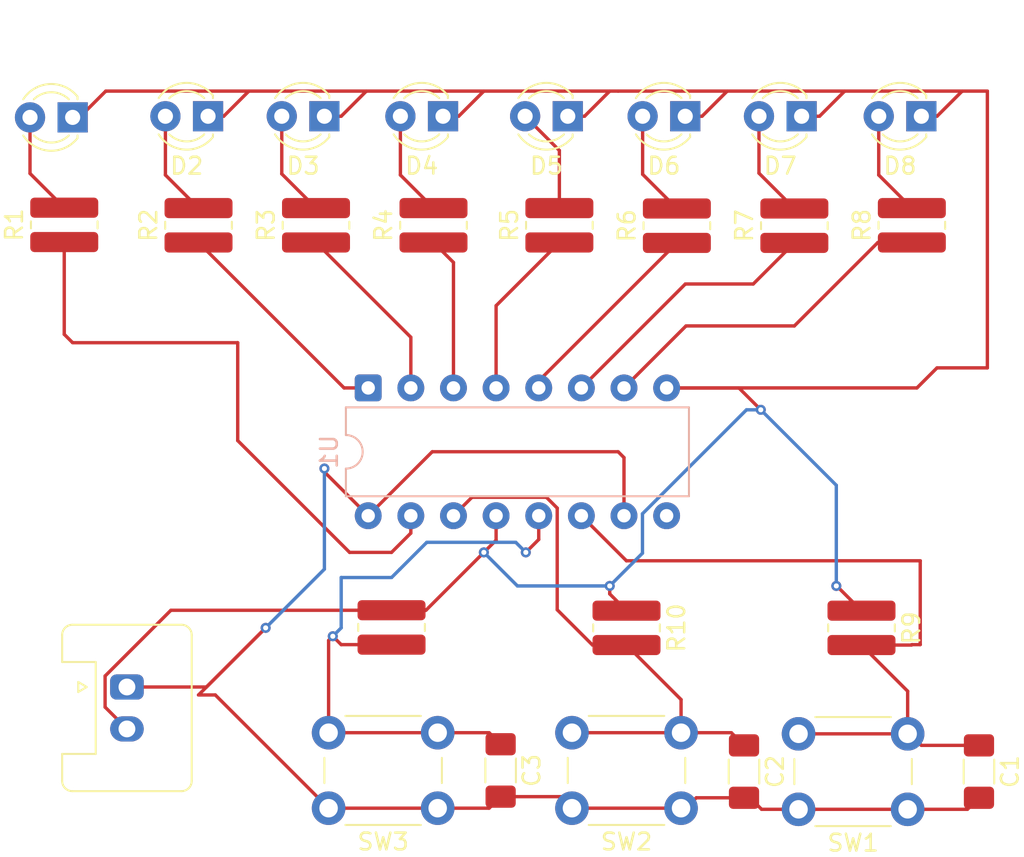
<source format=kicad_pcb>
(kicad_pcb (version 20241229) (generator "pcbnew") (generator_version "9.0")
  (layers (0 "F.Cu" signal) (2 "B.Cu" signal) (13 "F.Paste" user) (15 "B.Paste" user) (5 "F.SilkS" user "F.Silkscreen") (7 "B.SilkS" user "B.Silkscreen") (1 "F.Mask" user) (3 "B.Mask" user) (25 "Edge.Cuts" user))
  (net 0 "")
  (net 1 "Net-(U1-SRCLK)")
  (net 2 "GND")
  (net 3 "Net-(U1-SER)")
  (net 4 "Net-(U1-RCLK)")
  (net 5 "Net-(D1-A)")
  (net 6 "Net-(D2-A)")
  (net 7 "Net-(D3-A)")
  (net 8 "Net-(D4-A)")
  (net 9 "Net-(D5-A)")
  (net 10 "Net-(D6-A)")
  (net 11 "Net-(D7-A)")
  (net 12 "Net-(D8-A)")
  (net 13 "Net-(U1-QA)")
  (net 14 "Net-(U1-QB)")
  (net 15 "Net-(U1-QC)")
  (net 16 "Net-(U1-QD)")
  (net 17 "Net-(U1-QE)")
  (net 18 "Net-(U1-QF)")
  (net 19 "Net-(U1-QG)")
  (net 20 "Net-(U1-QH)")
  (net 21 "VCC")
  (footprint "Resistor_SMD:R_0815_2038Metric_Pad1.20x4.05mm_HandSolder" (layer "F.Cu") (at 98.5 106.475 90)
    (property "Reference" "R1" (at 0 -2.98 90) (layer "F.SilkS"))
    (property "Value" "230")
    (fp_line (start -0.210242 -1.985) (end 0.210242 -1.985) (stroke (width 0.12)) (layer "F.SilkS"))
    (fp_line (start -0.210242 1.985) (end 0.210242 1.985) (stroke (width 0.12)) (layer "F.SilkS"))
    (pad "1" smd roundrect (at -1.025 0 90) (size 1.2 4.05) (layers "F.Cu" "F.Mask" "F.Paste") (roundrect_rratio 0.208333) (net 13 "Net-(U1-QA)"))
    (pad "2" smd roundrect (at 1.025 0 90) (size 1.2 4.05) (layers "F.Cu" "F.Mask" "F.Paste") (roundrect_rratio 0.208333) (net 5 "Net-(D1-A)"))
  )
  (footprint "Resistor_SMD:R_0815_2038Metric_Pad1.20x4.05mm_HandSolder" (layer "F.Cu") (at 135 106.525 90)
    (property "Reference" "R6" (at 0 -2.98 90) (layer "F.SilkS"))
    (property "Value" "230")
    (fp_line (start -0.210242 -1.985) (end 0.210242 -1.985) (stroke (width 0.12)) (layer "F.SilkS"))
    (fp_line (start -0.210242 1.985) (end 0.210242 1.985) (stroke (width 0.12)) (layer "F.SilkS"))
    (pad "1" smd roundrect (at -1.025 0 90) (size 1.2 4.05) (layers "F.Cu" "F.Mask" "F.Paste") (roundrect_rratio 0.208333) (net 18 "Net-(U1-QF)"))
    (pad "2" smd roundrect (at 1.025 0 90) (size 1.2 4.05) (layers "F.Cu" "F.Mask" "F.Paste") (roundrect_rratio 0.208333) (net 10 "Net-(D6-A)"))
  )
  (footprint "Capacitor_SMD:C_1206_3216Metric_Pad1.33x1.80mm_HandSolder" (layer "F.Cu") (at 153 139.0675 -90)
    (property "Reference" "C1" (at 0 -1.85 270) (layer "F.SilkS"))
    (property "Value" "C")
    (fp_line (start -0.711252 0.91) (end 0.711252 0.91) (stroke (width 0.12)) (layer "F.SilkS"))
    (fp_line (start -0.711252 -0.91) (end 0.711252 -0.91) (stroke (width 0.12)) (layer "F.SilkS"))
    (pad "1" smd roundrect (at -1.5625 0 270) (size 1.325 1.8) (layers "F.Cu" "F.Mask" "F.Paste") (roundrect_rratio 0.188679) (net 1 "Net-(U1-SRCLK)"))
    (pad "2" smd roundrect (at 1.5625 0 270) (size 1.325 1.8) (layers "F.Cu" "F.Mask" "F.Paste") (roundrect_rratio 0.188679) (net 21 "VCC"))
  )
  (footprint "Button_Switch_THT:SW_PUSH_6mm" (layer "F.Cu") (at 120.75 141.25 180)
    (property "Reference" "SW3" (at 3.25 -2 0) (layer "F.SilkS"))
    (property "Value" "clock out")
    (fp_line (start 6.75 3) (end 6.75 1.5) (stroke (width 0.12)) (layer "F.SilkS"))
    (fp_line (start 5.5 -1) (end 1 -1) (stroke (width 0.12)) (layer "F.SilkS"))
    (fp_line (start 1 5.5) (end 5.5 5.5) (stroke (width 0.12)) (layer "F.SilkS"))
    (fp_line (start -0.25 1.5) (end -0.25 3) (stroke (width 0.12)) (layer "F.SilkS"))
    (pad "1" thru_hole circle (at 0 0 270) (size 2 2) (drill 1.1) (layers "*.Cu" "*.Mask") (net 21 "VCC"))
    (pad "1" thru_hole circle (at 6.5 0 270) (size 2 2) (drill 1.1) (layers "*.Cu" "*.Mask") (net 21 "VCC"))
    (pad "2" thru_hole circle (at 0 4.5 270) (size 2 2) (drill 1.1) (layers "*.Cu" "*.Mask") (net 4 "Net-(U1-RCLK)"))
    (pad "2" thru_hole circle (at 6.5 4.5 270) (size 2 2) (drill 1.1) (layers "*.Cu" "*.Mask") (net 4 "Net-(U1-RCLK)"))
  )
  (footprint "Resistor_SMD:R_0815_2038Metric_Pad1.20x4.05mm_HandSolder" (layer "F.Cu") (at 120.5 106.5 90)
    (property "Reference" "R4" (at 0 -2.98 90) (layer "F.SilkS"))
    (property "Value" "230")
    (fp_line (start -0.210242 -1.985) (end 0.210242 -1.985) (stroke (width 0.12)) (layer "F.SilkS"))
    (fp_line (start -0.210242 1.985) (end 0.210242 1.985) (stroke (width 0.12)) (layer "F.SilkS"))
    (pad "1" smd roundrect (at -1.025 0 90) (size 1.2 4.05) (layers "F.Cu" "F.Mask" "F.Paste") (roundrect_rratio 0.208333) (net 16 "Net-(U1-QD)"))
    (pad "2" smd roundrect (at 1.025 0 90) (size 1.2 4.05) (layers "F.Cu" "F.Mask" "F.Paste") (roundrect_rratio 0.208333) (net 8 "Net-(D4-A)"))
  )
  (footprint "LED_THT:LED_D3.0mm" (layer "F.Cu") (at 107.0675 100 180)
    (property "Reference" "D2" (at 1.27 -2.96 180) (layer "F.SilkS"))
    (property "Value" "LED")
    (fp_line (start -0.29 1.08) (end -0.29 1.236) (stroke (width 0.12)) (layer "F.SilkS"))
    (fp_line (start -0.29 -1.236) (end -0.29 -1.08) (stroke (width 0.12)) (layer "F.SilkS"))
    (fp_arc (start 2.941437 1.08) (mid 1.36566 1.987699) (end -0.29 1.235516) (stroke (width 0.12)) (layer "F.SilkS"))
    (fp_arc (start 2.310961 1.08) (mid 1.27 1.5) (end 0.229039 1.08) (stroke (width 0.12)) (layer "F.SilkS"))
    (fp_arc (start 0.229039 -1.08) (mid 1.27 -1.5) (end 2.310961 -1.08) (stroke (width 0.12)) (layer "F.SilkS"))
    (fp_arc (start -0.29 -1.235516) (mid 1.36566 -1.987699) (end 2.941437 -1.08) (stroke (width 0.12)) (layer "F.SilkS"))
    (pad "1" thru_hole rect (at 0 0 180) (size 1.8 1.8) (drill 0.9) (layers "*.Cu" "*.Mask") (net 2 "GND"))
    (pad "2" thru_hole circle (at 2.54 0 180) (size 1.8 1.8) (drill 0.9) (layers "*.Cu" "*.Mask") (net 6 "Net-(D2-A)"))
  )
  (footprint "LED_THT:LED_D3.0mm" (layer "F.Cu") (at 135.5 100 180)
    (property "Reference" "D6" (at 1.27 -2.96 180) (layer "F.SilkS"))
    (property "Value" "LED")
    (fp_line (start -0.29 1.08) (end -0.29 1.236) (stroke (width 0.12)) (layer "F.SilkS"))
    (fp_line (start -0.29 -1.236) (end -0.29 -1.08) (stroke (width 0.12)) (layer "F.SilkS"))
    (fp_arc (start 2.941437 1.08) (mid 1.36566 1.987699) (end -0.29 1.235516) (stroke (width 0.12)) (layer "F.SilkS"))
    (fp_arc (start 2.310961 1.08) (mid 1.27 1.5) (end 0.229039 1.08) (stroke (width 0.12)) (layer "F.SilkS"))
    (fp_arc (start 0.229039 -1.08) (mid 1.27 -1.5) (end 2.310961 -1.08) (stroke (width 0.12)) (layer "F.SilkS"))
    (fp_arc (start -0.29 -1.235516) (mid 1.36566 -1.987699) (end 2.941437 -1.08) (stroke (width 0.12)) (layer "F.SilkS"))
    (pad "1" thru_hole rect (at 0 0 180) (size 1.8 1.8) (drill 0.9) (layers "*.Cu" "*.Mask") (net 2 "GND"))
    (pad "2" thru_hole circle (at 2.54 0 180) (size 1.8 1.8) (drill 0.9) (layers "*.Cu" "*.Mask") (net 10 "Net-(D6-A)"))
  )
  (footprint "Resistor_SMD:R_0815_2038Metric_Pad1.20x4.05mm_HandSolder" (layer "F.Cu") (at 106.5 106.5 90)
    (property "Reference" "R2" (at 0 -2.98 90) (layer "F.SilkS"))
    (property "Value" "230")
    (fp_line (start -0.210242 -1.985) (end 0.210242 -1.985) (stroke (width 0.12)) (layer "F.SilkS"))
    (fp_line (start -0.210242 1.985) (end 0.210242 1.985) (stroke (width 0.12)) (layer "F.SilkS"))
    (pad "1" smd roundrect (at -1.025 0 90) (size 1.2 4.05) (layers "F.Cu" "F.Mask" "F.Paste") (roundrect_rratio 0.208333) (net 14 "Net-(U1-QB)"))
    (pad "2" smd roundrect (at 1.025 0 90) (size 1.2 4.05) (layers "F.Cu" "F.Mask" "F.Paste") (roundrect_rratio 0.208333) (net 6 "Net-(D2-A)"))
  )
  (footprint "Connector_Stocko:Stocko_MKS_1651-6-0-202_1x2_P2.50mm_Vertical" (layer "F.Cu") (at 102.235 134.025 -90)
    (property "Reference" "TP1" (hide yes))
    (property "Value" "TestPoint_2Pole")
    (fp_line (start -3.1 3.86) (end -1.49 3.86) (stroke (width 0.12)) (layer "F.SilkS"))
    (fp_line (start -1.49 3.86) (end -1.49 1.86) (stroke (width 0.12)) (layer "F.SilkS"))
    (fp_line (start 3.99 3.86) (end 3.99 1.86) (stroke (width 0.12)) (layer "F.SilkS"))
    (fp_line (start 5.6 3.86) (end 3.99 3.86) (stroke (width 0.12)) (layer "F.SilkS"))
    (fp_line (start -0.3 2.9) (end 0.3 2.9) (stroke (width 0.12)) (layer "F.SilkS"))
    (fp_line (start 0.3 2.9) (end 0 2.4) (stroke (width 0.12)) (layer "F.SilkS"))
    (fp_line (start 0 2.4) (end -0.3 2.9) (stroke (width 0.12)) (layer "F.SilkS"))
    (fp_line (start -1.49 1.86) (end 3.99 1.86) (stroke (width 0.12)) (layer "F.SilkS"))
    (fp_line (start -3.71 -3.25) (end -3.71 3.25) (stroke (width 0.12)) (layer "F.SilkS"))
    (fp_line (start 6.21 -3.25) (end 6.21 3.25) (stroke (width 0.12)) (layer "F.SilkS"))
    (fp_line (start -3.1 -3.86) (end 5.6 -3.86) (stroke (width 0.12)) (layer "F.SilkS"))
    (fp_arc (start -3.1 3.86) (mid -3.531335 3.681335) (end -3.71 3.25) (stroke (width 0.12)) (layer "F.SilkS"))
    (fp_arc (start 6.21 3.25) (mid 6.031335 3.681335) (end 5.6 3.86) (stroke (width 0.12)) (layer "F.SilkS"))
    (fp_arc (start -3.71 -3.25) (mid -3.531335 -3.681335) (end -3.1 -3.86) (stroke (width 0.12)) (layer "F.SilkS"))
    (fp_arc (start 5.6 -3.86) (mid 6.031335 -3.681335) (end 6.21 -3.25) (stroke (width 0.12)) (layer "F.SilkS"))
    (pad "1" thru_hole roundrect (at 0 0 270) (size 1.5 2) (drill 1) (layers "*.Cu" "*.Mask") (net 21 "VCC"))
    (pad "2" thru_hole oval (at 2.5 0 270) (size 1.5 2) (drill 1) (layers "*.Cu" "*.Mask") (net 2 "GND"))
  )
  (footprint "LED_THT:LED_D3.0mm" (layer "F.Cu") (at 128.5 100 180)
    (property "Reference" "D5" (at 1.27 -2.96 180) (layer "F.SilkS"))
    (property "Value" "LED")
    (fp_line (start -0.29 1.08) (end -0.29 1.236) (stroke (width 0.12)) (layer "F.SilkS"))
    (fp_line (start -0.29 -1.236) (end -0.29 -1.08) (stroke (width 0.12)) (layer "F.SilkS"))
    (fp_arc (start 2.941437 1.08) (mid 1.36566 1.987699) (end -0.29 1.235516) (stroke (width 0.12)) (layer "F.SilkS"))
    (fp_arc (start 2.310961 1.08) (mid 1.27 1.5) (end 0.229039 1.08) (stroke (width 0.12)) (layer "F.SilkS"))
    (fp_arc (start 0.229039 -1.08) (mid 1.27 -1.5) (end 2.310961 -1.08) (stroke (width 0.12)) (layer "F.SilkS"))
    (fp_arc (start -0.29 -1.235516) (mid 1.36566 -1.987699) (end 2.941437 -1.08) (stroke (width 0.12)) (layer "F.SilkS"))
    (pad "1" thru_hole rect (at 0 0 180) (size 1.8 1.8) (drill 0.9) (layers "*.Cu" "*.Mask") (net 2 "GND"))
    (pad "2" thru_hole circle (at 2.54 0 180) (size 1.8 1.8) (drill 0.9) (layers "*.Cu" "*.Mask") (net 9 "Net-(D5-A)"))
  )
  (footprint "Button_Switch_THT:SW_PUSH_6mm" (layer "F.Cu") (at 135.25 141.25 180)
    (property "Reference" "SW2" (at 3.25 -2 0) (layer "F.SilkS"))
    (property "Value" "Data")
    (fp_line (start 6.75 3) (end 6.75 1.5) (stroke (width 0.12)) (layer "F.SilkS"))
    (fp_line (start 5.5 -1) (end 1 -1) (stroke (width 0.12)) (layer "F.SilkS"))
    (fp_line (start 1 5.5) (end 5.5 5.5) (stroke (width 0.12)) (layer "F.SilkS"))
    (fp_line (start -0.25 1.5) (end -0.25 3) (stroke (width 0.12)) (layer "F.SilkS"))
    (pad "1" thru_hole circle (at 0 0 270) (size 2 2) (drill 1.1) (layers "*.Cu" "*.Mask") (net 21 "VCC"))
    (pad "1" thru_hole circle (at 6.5 0 270) (size 2 2) (drill 1.1) (layers "*.Cu" "*.Mask") (net 21 "VCC"))
    (pad "2" thru_hole circle (at 0 4.5 270) (size 2 2) (drill 1.1) (layers "*.Cu" "*.Mask") (net 3 "Net-(U1-SER)"))
    (pad "2" thru_hole circle (at 6.5 4.5 270) (size 2 2) (drill 1.1) (layers "*.Cu" "*.Mask") (net 3 "Net-(U1-SER)"))
  )
  (footprint "LED_THT:LED_D3.0mm" (layer "F.Cu") (at 149.5675 100 180)
    (property "Reference" "D8" (at 1.27 -2.96 180) (layer "F.SilkS"))
    (property "Value" "LED")
    (fp_line (start -0.29 1.08) (end -0.29 1.236) (stroke (width 0.12)) (layer "F.SilkS"))
    (fp_line (start -0.29 -1.236) (end -0.29 -1.08) (stroke (width 0.12)) (layer "F.SilkS"))
    (fp_arc (start 2.941437 1.08) (mid 1.36566 1.987699) (end -0.29 1.235516) (stroke (width 0.12)) (layer "F.SilkS"))
    (fp_arc (start 2.310961 1.08) (mid 1.27 1.5) (end 0.229039 1.08) (stroke (width 0.12)) (layer "F.SilkS"))
    (fp_arc (start 0.229039 -1.08) (mid 1.27 -1.5) (end 2.310961 -1.08) (stroke (width 0.12)) (layer "F.SilkS"))
    (fp_arc (start -0.29 -1.235516) (mid 1.36566 -1.987699) (end 2.941437 -1.08) (stroke (width 0.12)) (layer "F.SilkS"))
    (pad "1" thru_hole rect (at 0 0 180) (size 1.8 1.8) (drill 0.9) (layers "*.Cu" "*.Mask") (net 2 "GND"))
    (pad "2" thru_hole circle (at 2.54 0 180) (size 1.8 1.8) (drill 0.9) (layers "*.Cu" "*.Mask") (net 12 "Net-(D8-A)"))
  )
  (footprint "LED_THT:LED_D3.0mm" (layer "F.Cu") (at 114 100 180)
    (property "Reference" "D3" (at 1.27 -2.96 180) (layer "F.SilkS"))
    (property "Value" "LED")
    (fp_line (start -0.29 1.08) (end -0.29 1.236) (stroke (width 0.12)) (layer "F.SilkS"))
    (fp_line (start -0.29 -1.236) (end -0.29 -1.08) (stroke (width 0.12)) (layer "F.SilkS"))
    (fp_arc (start 2.941437 1.08) (mid 1.36566 1.987699) (end -0.29 1.235516) (stroke (width 0.12)) (layer "F.SilkS"))
    (fp_arc (start 2.310961 1.08) (mid 1.27 1.5) (end 0.229039 1.08) (stroke (width 0.12)) (layer "F.SilkS"))
    (fp_arc (start 0.229039 -1.08) (mid 1.27 -1.5) (end 2.310961 -1.08) (stroke (width 0.12)) (layer "F.SilkS"))
    (fp_arc (start -0.29 -1.235516) (mid 1.36566 -1.987699) (end 2.941437 -1.08) (stroke (width 0.12)) (layer "F.SilkS"))
    (pad "1" thru_hole rect (at 0 0 180) (size 1.8 1.8) (drill 0.9) (layers "*.Cu" "*.Mask") (net 2 "GND"))
    (pad "2" thru_hole circle (at 2.54 0 180) (size 1.8 1.8) (drill 0.9) (layers "*.Cu" "*.Mask") (net 7 "Net-(D3-A)"))
  )
  (footprint "Capacitor_SMD:C_1206_3216Metric_Pad1.33x1.80mm_HandSolder" (layer "F.Cu") (at 139 139.0675 -90)
    (property "Reference" "C2" (at 0 -1.85 270) (layer "F.SilkS"))
    (property "Value" "C")
    (fp_line (start -0.711252 0.91) (end 0.711252 0.91) (stroke (width 0.12)) (layer "F.SilkS"))
    (fp_line (start -0.711252 -0.91) (end 0.711252 -0.91) (stroke (width 0.12)) (layer "F.SilkS"))
    (pad "1" smd roundrect (at -1.5625 0 270) (size 1.325 1.8) (layers "F.Cu" "F.Mask" "F.Paste") (roundrect_rratio 0.188679) (net 3 "Net-(U1-SER)"))
    (pad "2" smd roundrect (at 1.5625 0 270) (size 1.325 1.8) (layers "F.Cu" "F.Mask" "F.Paste") (roundrect_rratio 0.188679) (net 21 "VCC"))
  )
  (footprint "LED_THT:LED_D3.0mm" (layer "F.Cu") (at 121.0675 100 180)
    (property "Reference" "D4" (at 1.27 -2.96 180) (layer "F.SilkS"))
    (property "Value" "LED")
    (fp_line (start -0.29 1.08) (end -0.29 1.236) (stroke (width 0.12)) (layer "F.SilkS"))
    (fp_line (start -0.29 -1.236) (end -0.29 -1.08) (stroke (width 0.12)) (layer "F.SilkS"))
    (fp_arc (start 2.941437 1.08) (mid 1.36566 1.987699) (end -0.29 1.235516) (stroke (width 0.12)) (layer "F.SilkS"))
    (fp_arc (start 2.310961 1.08) (mid 1.27 1.5) (end 0.229039 1.08) (stroke (width 0.12)) (layer "F.SilkS"))
    (fp_arc (start 0.229039 -1.08) (mid 1.27 -1.5) (end 2.310961 -1.08) (stroke (width 0.12)) (layer "F.SilkS"))
    (fp_arc (start -0.29 -1.235516) (mid 1.36566 -1.987699) (end 2.941437 -1.08) (stroke (width 0.12)) (layer "F.SilkS"))
    (pad "1" thru_hole rect (at 0 0 180) (size 1.8 1.8) (drill 0.9) (layers "*.Cu" "*.Mask") (net 2 "GND"))
    (pad "2" thru_hole circle (at 2.54 0 180) (size 1.8 1.8) (drill 0.9) (layers "*.Cu" "*.Mask") (net 8 "Net-(D4-A)"))
  )
  (footprint "Resistor_SMD:R_0815_2038Metric_Pad1.20x4.05mm_HandSolder" (layer "F.Cu") (at 149 106.5 90)
    (property "Reference" "R8" (at 0 -2.98 90) (layer "F.SilkS"))
    (property "Value" "230")
    (fp_line (start -0.210242 -1.985) (end 0.210242 -1.985) (stroke (width 0.12)) (layer "F.SilkS"))
    (fp_line (start -0.210242 1.985) (end 0.210242 1.985) (stroke (width 0.12)) (layer "F.SilkS"))
    (pad "1" smd roundrect (at -1.025 0 90) (size 1.2 4.05) (layers "F.Cu" "F.Mask" "F.Paste") (roundrect_rratio 0.208333) (net 20 "Net-(U1-QH)"))
    (pad "2" smd roundrect (at 1.025 0 90) (size 1.2 4.05) (layers "F.Cu" "F.Mask" "F.Paste") (roundrect_rratio 0.208333) (net 12 "Net-(D8-A)"))
  )
  (footprint "Resistor_SMD:R_0815_2038Metric_Pad1.20x4.05mm_HandSolder" (layer "F.Cu") (at 118 130.475 -90)
    (property "Reference" "R11" (hide yes))
    (property "Value" "5k")
    (fp_line (start -0.210242 1.985) (end 0.210242 1.985) (stroke (width 0.12)) (layer "F.SilkS"))
    (fp_line (start -0.210242 -1.985) (end 0.210242 -1.985) (stroke (width 0.12)) (layer "F.SilkS"))
    (pad "1" smd roundrect (at -1.025 0 270) (size 1.2 4.05) (layers "F.Cu" "F.Mask" "F.Paste") (roundrect_rratio 0.208333) (net 2 "GND"))
    (pad "2" smd roundrect (at 1.025 0 270) (size 1.2 4.05) (layers "F.Cu" "F.Mask" "F.Paste") (roundrect_rratio 0.208333) (net 4 "Net-(U1-RCLK)"))
  )
  (footprint "LED_THT:LED_D3.0mm" (layer "F.Cu") (at 99 100.0675 180)
    (property "Reference" "D1" (hide yes))
    (property "Value" "LED")
    (fp_line (start -0.29 1.08) (end -0.29 1.236) (stroke (width 0.12)) (layer "F.SilkS"))
    (fp_line (start -0.29 -1.236) (end -0.29 -1.08) (stroke (width 0.12)) (layer "F.SilkS"))
    (fp_arc (start 2.941437 1.08) (mid 1.36566 1.987699) (end -0.29 1.235516) (stroke (width 0.12)) (layer "F.SilkS"))
    (fp_arc (start 2.310961 1.08) (mid 1.27 1.5) (end 0.229039 1.08) (stroke (width 0.12)) (layer "F.SilkS"))
    (fp_arc (start 0.229039 -1.08) (mid 1.27 -1.5) (end 2.310961 -1.08) (stroke (width 0.12)) (layer "F.SilkS"))
    (fp_arc (start -0.29 -1.235516) (mid 1.36566 -1.987699) (end 2.941437 -1.08) (stroke (width 0.12)) (layer "F.SilkS"))
    (pad "1" thru_hole rect (at 0 0 180) (size 1.8 1.8) (drill 0.9) (layers "*.Cu" "*.Mask") (net 2 "GND"))
    (pad "2" thru_hole circle (at 2.54 0 180) (size 1.8 1.8) (drill 0.9) (layers "*.Cu" "*.Mask") (net 5 "Net-(D1-A)"))
  )
  (footprint "Resistor_SMD:R_0815_2038Metric_Pad1.20x4.05mm_HandSolder" (layer "F.Cu") (at 128 106.5 90)
    (property "Reference" "R5" (at 0 -2.98 90) (layer "F.SilkS"))
    (property "Value" "230")
    (fp_line (start -0.210242 -1.985) (end 0.210242 -1.985) (stroke (width 0.12)) (layer "F.SilkS"))
    (fp_line (start -0.210242 1.985) (end 0.210242 1.985) (stroke (width 0.12)) (layer "F.SilkS"))
    (pad "1" smd roundrect (at -1.025 0 90) (size 1.2 4.05) (layers "F.Cu" "F.Mask" "F.Paste") (roundrect_rratio 0.208333) (net 17 "Net-(U1-QE)"))
    (pad "2" smd roundrect (at 1.025 0 90) (size 1.2 4.05) (layers "F.Cu" "F.Mask" "F.Paste") (roundrect_rratio 0.208333) (net 9 "Net-(D5-A)"))
  )
  (footprint "LED_THT:LED_D3.0mm" (layer "F.Cu") (at 142.4325 100 180)
    (property "Reference" "D7" (at 1.27 -2.96 180) (layer "F.SilkS"))
    (property "Value" "LED")
    (fp_line (start -0.29 1.08) (end -0.29 1.236) (stroke (width 0.12)) (layer "F.SilkS"))
    (fp_line (start -0.29 -1.236) (end -0.29 -1.08) (stroke (width 0.12)) (layer "F.SilkS"))
    (fp_arc (start 2.941437 1.08) (mid 1.36566 1.987699) (end -0.29 1.235516) (stroke (width 0.12)) (layer "F.SilkS"))
    (fp_arc (start 2.310961 1.08) (mid 1.27 1.5) (end 0.229039 1.08) (stroke (width 0.12)) (layer "F.SilkS"))
    (fp_arc (start 0.229039 -1.08) (mid 1.27 -1.5) (end 2.310961 -1.08) (stroke (width 0.12)) (layer "F.SilkS"))
    (fp_arc (start -0.29 -1.235516) (mid 1.36566 -1.987699) (end 2.941437 -1.08) (stroke (width 0.12)) (layer "F.SilkS"))
    (pad "1" thru_hole rect (at 0 0 180) (size 1.8 1.8) (drill 0.9) (layers "*.Cu" "*.Mask") (net 2 "GND"))
    (pad "2" thru_hole circle (at 2.54 0 180) (size 1.8 1.8) (drill 0.9) (layers "*.Cu" "*.Mask") (net 11 "Net-(D7-A)"))
  )
  (footprint "Capacitor_SMD:C_1206_3216Metric_Pad1.33x1.80mm_HandSolder" (layer "F.Cu") (at 124.5 139 -90)
    (property "Reference" "C3" (at 0 -1.85 270) (layer "F.SilkS"))
    (property "Value" "C")
    (fp_line (start -0.711252 0.91) (end 0.711252 0.91) (stroke (width 0.12)) (layer "F.SilkS"))
    (fp_line (start -0.711252 -0.91) (end 0.711252 -0.91) (stroke (width 0.12)) (layer "F.SilkS"))
    (pad "1" smd roundrect (at -1.5625 0 270) (size 1.325 1.8) (layers "F.Cu" "F.Mask" "F.Paste") (roundrect_rratio 0.188679) (net 4 "Net-(U1-RCLK)"))
    (pad "2" smd roundrect (at 1.5625 0 270) (size 1.325 1.8) (layers "F.Cu" "F.Mask" "F.Paste") (roundrect_rratio 0.188679) (net 21 "VCC"))
  )
  (footprint "Resistor_SMD:R_0815_2038Metric_Pad1.20x4.05mm_HandSolder" (layer "F.Cu") (at 142 106.525 90)
    (property "Reference" "R7" (at 0 -2.98 90) (layer "F.SilkS"))
    (property "Value" "230")
    (fp_line (start -0.210242 -1.985) (end 0.210242 -1.985) (stroke (width 0.12)) (layer "F.SilkS"))
    (fp_line (start -0.210242 1.985) (end 0.210242 1.985) (stroke (width 0.12)) (layer "F.SilkS"))
    (pad "1" smd roundrect (at -1.025 0 90) (size 1.2 4.05) (layers "F.Cu" "F.Mask" "F.Paste") (roundrect_rratio 0.208333) (net 19 "Net-(U1-QG)"))
    (pad "2" smd roundrect (at 1.025 0 90) (size 1.2 4.05) (layers "F.Cu" "F.Mask" "F.Paste") (roundrect_rratio 0.208333) (net 11 "Net-(D7-A)"))
  )
  (footprint "Button_Switch_THT:SW_PUSH_6mm" (layer "F.Cu") (at 148.75 141.3175 180)
    (property "Reference" "SW1" (at 3.25 -2 0) (layer "F.SilkS"))
    (property "Value" "clock in")
    (fp_line (start 6.75 3) (end 6.75 1.5) (stroke (width 0.12)) (layer "F.SilkS"))
    (fp_line (start 5.5 -1) (end 1 -1) (stroke (width 0.12)) (layer "F.SilkS"))
    (fp_line (start 1 5.5) (end 5.5 5.5) (stroke (width 0.12)) (layer "F.SilkS"))
    (fp_line (start -0.25 1.5) (end -0.25 3) (stroke (width 0.12)) (layer "F.SilkS"))
    (pad "1" thru_hole circle (at 0 0 270) (size 2 2) (drill 1.1) (layers "*.Cu" "*.Mask") (net 21 "VCC"))
    (pad "1" thru_hole circle (at 6.5 0 270) (size 2 2) (drill 1.1) (layers "*.Cu" "*.Mask") (net 21 "VCC"))
    (pad "2" thru_hole circle (at 0 4.5 270) (size 2 2) (drill 1.1) (layers "*.Cu" "*.Mask") (net 1 "Net-(U1-SRCLK)"))
    (pad "2" thru_hole circle (at 6.5 4.5 270) (size 2 2) (drill 1.1) (layers "*.Cu" "*.Mask") (net 1 "Net-(U1-SRCLK)"))
  )
  (footprint "Resistor_SMD:R_0815_2038Metric_Pad1.20x4.05mm_HandSolder" (layer "F.Cu") (at 132 130.5 -90)
    (property "Reference" "R10" (at 0 -2.98 90) (layer "F.SilkS"))
    (property "Value" "5k")
    (fp_line (start -0.210242 1.985) (end 0.210242 1.985) (stroke (width 0.12)) (layer "F.SilkS"))
    (fp_line (start -0.210242 -1.985) (end 0.210242 -1.985) (stroke (width 0.12)) (layer "F.SilkS"))
    (pad "1" smd roundrect (at -1.025 0 270) (size 1.2 4.05) (layers "F.Cu" "F.Mask" "F.Paste") (roundrect_rratio 0.208333) (net 2 "GND"))
    (pad "2" smd roundrect (at 1.025 0 270) (size 1.2 4.05) (layers "F.Cu" "F.Mask" "F.Paste") (roundrect_rratio 0.208333) (net 3 "Net-(U1-SER)"))
  )
  (footprint "Resistor_SMD:R_0815_2038Metric_Pad1.20x4.05mm_HandSolder" (layer "F.Cu") (at 113.5 106.5 90)
    (property "Reference" "R3" (at 0 -2.98 90) (layer "F.SilkS"))
    (property "Value" "230")
    (fp_line (start -0.210242 -1.985) (end 0.210242 -1.985) (stroke (width 0.12)) (layer "F.SilkS"))
    (fp_line (start -0.210242 1.985) (end 0.210242 1.985) (stroke (width 0.12)) (layer "F.SilkS"))
    (pad "1" smd roundrect (at -1.025 0 90) (size 1.2 4.05) (layers "F.Cu" "F.Mask" "F.Paste") (roundrect_rratio 0.208333) (net 15 "Net-(U1-QC)"))
    (pad "2" smd roundrect (at 1.025 0 90) (size 1.2 4.05) (layers "F.Cu" "F.Mask" "F.Paste") (roundrect_rratio 0.208333) (net 7 "Net-(D3-A)"))
  )
  (footprint "Resistor_SMD:R_0815_2038Metric_Pad1.20x4.05mm_HandSolder" (layer "F.Cu") (at 146 130.5 -90)
    (property "Reference" "R9" (at 0 -2.98 90) (layer "F.SilkS"))
    (property "Value" "5k")
    (fp_line (start -0.210242 1.985) (end 0.210242 1.985) (stroke (width 0.12)) (layer "F.SilkS"))
    (fp_line (start -0.210242 -1.985) (end 0.210242 -1.985) (stroke (width 0.12)) (layer "F.SilkS"))
    (pad "1" smd roundrect (at -1.025 0 270) (size 1.2 4.05) (layers "F.Cu" "F.Mask" "F.Paste") (roundrect_rratio 0.208333) (net 2 "GND"))
    (pad "2" smd roundrect (at 1.025 0 270) (size 1.2 4.05) (layers "F.Cu" "F.Mask" "F.Paste") (roundrect_rratio 0.208333) (net 1 "Net-(U1-SRCLK)"))
  )
  (footprint "Package_DIP:CERDIP-16_W7.62mm_SideBrazed" (layer "B.Cu") (at 116.61 116.195 -90)
    (property "Reference" "U1" (at 3.81 2.33 90) (layer "B.SilkS") (effects (justify mirror)))
    (property "Value" "74AHC595")
    (fp_line (start 1.16 1.33) (end 1.16 -19.11) (stroke (width 0.12)) (layer "B.SilkS"))
    (fp_line (start 2.81 1.33) (end 1.16 1.33) (stroke (width 0.12)) (layer "B.SilkS"))
    (fp_line (start 6.46 1.33) (end 4.81 1.33) (stroke (width 0.12)) (layer "B.SilkS"))
    (fp_line (start 1.16 -19.11) (end 6.46 -19.11) (stroke (width 0.12)) (layer "B.SilkS"))
    (fp_line (start 6.46 -19.11) (end 6.46 1.33) (stroke (width 0.12)) (layer "B.SilkS"))
    (fp_arc (start 2.81 1.33) (mid 3.81 0.33) (end 4.81 1.33) (stroke (width 0.12)) (layer "B.SilkS"))
    (pad "1" thru_hole roundrect (at 0 0 270) (size 1.6 1.6) (drill 0.8) (layers "*.Cu" "*.Mask") (roundrect_rratio 0.15625) (net 14 "Net-(U1-QB)"))
    (pad "2" thru_hole circle (at 0 -2.54 270) (size 1.6 1.6) (drill 0.8) (layers "*.Cu" "*.Mask") (net 15 "Net-(U1-QC)"))
    (pad "3" thru_hole circle (at 0 -5.08 270) (size 1.6 1.6) (drill 0.8) (layers "*.Cu" "*.Mask") (net 16 "Net-(U1-QD)"))
    (pad "4" thru_hole circle (at 0 -7.62 270) (size 1.6 1.6) (drill 0.8) (layers "*.Cu" "*.Mask") (net 17 "Net-(U1-QE)"))
    (pad "5" thru_hole circle (at 0 -10.16 270) (size 1.6 1.6) (drill 0.8) (layers "*.Cu" "*.Mask") (net 18 "Net-(U1-QF)"))
    (pad "6" thru_hole circle (at 0 -12.7 270) (size 1.6 1.6) (drill 0.8) (layers "*.Cu" "*.Mask") (net 19 "Net-(U1-QG)"))
    (pad "7" thru_hole circle (at 0 -15.24 270) (size 1.6 1.6) (drill 0.8) (layers "*.Cu" "*.Mask") (net 20 "Net-(U1-QH)"))
    (pad "8" thru_hole circle (at 0 -17.78 270) (size 1.6 1.6) (drill 0.8) (layers "*.Cu" "*.Mask") (net 2 "GND"))
    (pad "9" thru_hole circle (at 7.62 -17.78 270) (size 1.6 1.6) (drill 0.8) (layers "*.Cu" "*.Mask"))
    (pad "10" thru_hole circle (at 7.62 -15.24 270) (size 1.6 1.6) (drill 0.8) (layers "*.Cu" "*.Mask") (net 21 "VCC"))
    (pad "11" thru_hole circle (at 7.62 -12.7 270) (size 1.6 1.6) (drill 0.8) (layers "*.Cu" "*.Mask") (net 1 "Net-(U1-SRCLK)"))
    (pad "12" thru_hole circle (at 7.62 -10.16 270) (size 1.6 1.6) (drill 0.8) (layers "*.Cu" "*.Mask") (net 4 "Net-(U1-RCLK)"))
    (pad "13" thru_hole circle (at 7.62 -7.62 270) (size 1.6 1.6) (drill 0.8) (layers "*.Cu" "*.Mask") (net 2 "GND"))
    (pad "14" thru_hole circle (at 7.62 -5.08 270) (size 1.6 1.6) (drill 0.8) (layers "*.Cu" "*.Mask") (net 3 "Net-(U1-SER)"))
    (pad "15" thru_hole circle (at 7.62 -2.54 270) (size 1.6 1.6) (drill 0.8) (layers "*.Cu" "*.Mask") (net 13 "Net-(U1-QA)"))
    (pad "16" thru_hole circle (at 7.62 0 270) (size 1.6 1.6) (drill 0.8) (layers "*.Cu" "*.Mask") (net 21 "VCC"))
  )
  (segment (start 149 131.5) (end 148.975 131.525) (width 0.2) (layer "F.Cu") (net 1))
  (segment (start 149.57 137.505) (end 153 137.505) (width 0.2) (layer "F.Cu") (net 1))
  (segment (start 142.25 136.8175) (end 148.75 136.8175) (width 0.2) (layer "F.Cu") (net 1))
  (segment (start 146 131.525) (end 148.75 134.275) (width 0.2) (layer "F.Cu") (net 1))
  (segment (start 131.995 126.5) (end 149.5 126.5) (width 0.2) (layer "F.Cu") (net 1))
  (segment (start 149.5 126.5) (end 149.5 131.5) (width 0.2) (layer "F.Cu") (net 1))
  (segment (start 149.5 131.5) (end 149 131.5) (width 0.2) (layer "F.Cu") (net 1))
  (segment (start 129.31 123.815) (end 131.995 126.5) (width 0.2) (layer "F.Cu") (net 1))
  (segment (start 148.75 134.275) (end 148.75 136.8175) (width 0.2) (layer "F.Cu") (net 1))
  (segment (start 148.975 131.525) (end 146 131.525) (width 0.2) (layer "F.Cu") (net 1))
  (segment (start 148.75 136.8175) (end 148.8825 136.8175) (width 0.2) (layer "F.Cu") (net 1))
  (segment (start 148.8825 136.8175) (end 149.57 137.505) (width 0.2) (layer "F.Cu") (net 1))
  (segment (start 116.5 98.5) (end 123.5 98.5) (width 0.2) (layer "F.Cu") (net 2))
  (segment (start 153.5 98.5) (end 153.5 115) (width 0.2) (layer "F.Cu") (net 2))
  (segment (start 149.305 116.195) (end 134.39 116.195) (width 0.2) (layer "F.Cu") (net 2))
  (segment (start 134.39 116.195) (end 138.695 116.195) (width 0.2) (layer "F.Cu") (net 2))
  (segment (start 144.525 128) (end 145.599 129.074) (width 0.2) (layer "F.Cu") (net 2))
  (segment (start 99.4075 100.0675) (end 100.975 98.5) (width 0.2) (layer "F.Cu") (net 2))
  (segment (start 153.5 115) (end 150.5 115) (width 0.2) (layer "F.Cu") (net 2))
  (segment (start 108 100) (end 109.5 98.5) (width 0.2) (layer "F.Cu") (net 2))
  (segment (start 131 128) (end 131 128.475) (width 0.2) (layer "F.Cu") (net 2))
  (segment (start 118 129.45) (end 120.05 129.45) (width 0.2) (layer "F.Cu") (net 2))
  (segment (start 104.853992 129.45) (end 118 129.45) (width 0.2) (layer "F.Cu") (net 2))
  (segment (start 100.975 98.5) (end 101 98.5) (width 0.2) (layer "F.Cu") (net 2))
  (segment (start 101 98.5) (end 109.5 98.5) (width 0.2) (layer "F.Cu") (net 2))
  (segment (start 120.05 129.45) (end 123.5 126) (width 0.2) (layer "F.Cu") (net 2))
  (segment (start 121.475 100) (end 122 100) (width 0.2) (layer "F.Cu") (net 2))
  (segment (start 150.5 115) (end 149.305 116.195) (width 0.2) (layer "F.Cu") (net 2))
  (segment (start 145.599 129.074) (end 146 129.074) (width 0.2) (layer "F.Cu") (net 2))
  (segment (start 124.23 123.815) (end 124.23 125.27) (width 0.2) (layer "F.Cu") (net 2))
  (segment (start 131 128.475) (end 132 129.475) (width 0.2) (layer "F.Cu") (net 2))
  (segment (start 123.5 98.5) (end 131 98.5) (width 0.2) (layer "F.Cu") (net 2))
  (segment (start 131 98.5) (end 131.5 98.5) (width 0.2) (layer "F.Cu") (net 2))
  (segment (start 114.4075 100) (end 115 100) (width 0.2) (layer "F.Cu") (net 2))
  (segment (start 128.9075 100) (end 129.5 100) (width 0.2) (layer "F.Cu") (net 2))
  (segment (start 138.695 116.195) (end 140 117.5) (width 0.2) (layer "F.Cu") (net 2))
  (segment (start 152 98.5) (end 153.5 98.5) (width 0.2) (layer "F.Cu") (net 2))
  (segment (start 143.5 100) (end 145 98.5) (width 0.2) (layer "F.Cu") (net 2))
  (segment (start 109.5 98.5) (end 116.5 98.5) (width 0.2) (layer "F.Cu") (net 2))
  (segment (start 149.975 100) (end 150.5 100) (width 0.2) (layer "F.Cu") (net 2))
  (segment (start 138 98.5) (end 145 98.5) (width 0.2) (layer "F.Cu") (net 2))
  (segment (start 100.934 133.369992) (end 104.853992 129.45) (width 0.2) (layer "F.Cu") (net 2))
  (segment (start 115 100) (end 116.5 98.5) (width 0.2) (layer "F.Cu") (net 2))
  (segment (start 122 100) (end 123.5 98.5) (width 0.2) (layer "F.Cu") (net 2))
  (segment (start 135.9075 100) (end 136.5 100) (width 0.2) (layer "F.Cu") (net 2))
  (segment (start 150.5 100) (end 152 98.5) (width 0.2) (layer "F.Cu") (net 2))
  (segment (start 124.23 125.27) (end 123.5 126) (width 0.2) (layer "F.Cu") (net 2))
  (segment (start 136.5 100) (end 138 98.5) (width 0.2) (layer "F.Cu") (net 2))
  (segment (start 131.5 98.5) (end 138 98.5) (width 0.2) (layer "F.Cu") (net 2))
  (segment (start 106.5 100.16) (end 106.66 100) (width 0.2) (layer "F.Cu") (net 2))
  (segment (start 142.84 100) (end 143.5 100) (width 0.2) (layer "F.Cu") (net 2))
  (segment (start 129.5 100) (end 131 98.5) (width 0.2) (layer "F.Cu") (net 2))
  (segment (start 102.235 136.525) (end 100.934 135.224) (width 0.2) (layer "F.Cu") (net 2))
  (segment (start 144.5 128) (end 144.525 128) (width 0.2) (layer "F.Cu") (net 2))
  (segment (start 107.475 100) (end 108 100) (width 0.2) (layer "F.Cu") (net 2))
  (segment (start 145 98.5) (end 152 98.5) (width 0.2) (layer "F.Cu") (net 2))
  (segment (start 100.934 135.224) (end 100.934 133.369992) (width 0.2) (layer "F.Cu") (net 2))
  (via (at 144.5 128) (size 0.6) (drill 0.3) (layers "F.Cu" "B.Cu") (net 2))
  (via (at 131 128) (size 0.6) (drill 0.3) (layers "F.Cu" "B.Cu") (net 2))
  (via (at 140 117.5) (size 0.6) (drill 0.3) (layers "F.Cu" "B.Cu") (net 2))
  (via (at 123.5 126) (size 0.6) (drill 0.3) (layers "F.Cu" "B.Cu") (net 2))
  (segment (start 139.14795 117.5) (end 132.951 123.69695) (width 0.2) (layer "B.Cu") (net 2))
  (segment (start 140 117.5) (end 139.14795 117.5) (width 0.2) (layer "B.Cu") (net 2))
  (segment (start 144.5 122) (end 144.5 128) (width 0.2) (layer "B.Cu") (net 2))
  (segment (start 123.5 126) (end 125.5 128) (width 0.2) (layer "B.Cu") (net 2))
  (segment (start 140 117.5) (end 144.5 122) (width 0.2) (layer "B.Cu") (net 2))
  (segment (start 125.5 128) (end 131 128) (width 0.2) (layer "B.Cu") (net 2))
  (segment (start 132.951 126.049) (end 131 128) (width 0.2) (layer "B.Cu") (net 2))
  (segment (start 132.951 123.69695) (end 132.951 126.049) (width 0.2) (layer "B.Cu") (net 2))
  (segment (start 135.25 134.775) (end 135.25 136.75) (width 0.2) (layer "F.Cu") (net 3))
  (segment (start 127.22605 122.714) (end 127.871 123.35895) (width 0.2) (layer "F.Cu") (net 3))
  (segment (start 129.975 131.525) (end 132 131.525) (width 0.2) (layer "F.Cu") (net 3))
  (segment (start 127.871 129.421) (end 129.975 131.525) (width 0.2) (layer "F.Cu") (net 3))
  (segment (start 132 131.525) (end 135.25 134.775) (width 0.2) (layer "F.Cu") (net 3))
  (segment (start 121.69 123.815) (end 122.791 122.714) (width 0.2) (layer "F.Cu") (net 3))
  (segment (start 128.75 136.75) (end 135.25 136.75) (width 0.2) (layer "F.Cu") (net 3))
  (segment (start 127.871 123.35895) (end 127.871 129.421) (width 0.2) (layer "F.Cu") (net 3))
  (segment (start 122.791 122.714) (end 127.22605 122.714) (width 0.2) (layer "F.Cu") (net 3))
  (segment (start 138.245 136.75) (end 139 137.505) (width 0.2) (layer "F.Cu") (net 3))
  (segment (start 135.25 136.75) (end 138.245 136.75) (width 0.2) (layer "F.Cu") (net 3))
  (segment (start 114.5 131) (end 114.25 131.25) (width 0.2) (layer "F.Cu") (net 4))
  (segment (start 114.5 131) (end 115 131.5) (width 0.2) (layer "F.Cu") (net 4))
  (segment (start 123.8125 136.75) (end 124.5 137.4375) (width 0.2) (layer "F.Cu") (net 4))
  (segment (start 120.75 136.75) (end 123.8125 136.75) (width 0.2) (layer "F.Cu") (net 4))
  (segment (start 114.25 136.75) (end 120.75 136.75) (width 0.2) (layer "F.Cu") (net 4))
  (segment (start 115 131.5) (end 118 131.5) (width 0.2) (layer "F.Cu") (net 4))
  (segment (start 126.77 125.23) (end 126 126) (width 0.2) (layer "F.Cu") (net 4))
  (segment (start 114.25 131.25) (end 114.25 136.75) (width 0.2) (layer "F.Cu") (net 4))
  (segment (start 126.77 123.815) (end 126.77 125.23) (width 0.2) (layer "F.Cu") (net 4))
  (via (at 126 126) (size 0.6) (drill 0.3) (layers "F.Cu" "B.Cu") (net 4))
  (via (at 114.5 131) (size 0.6) (drill 0.3) (layers "F.Cu" "B.Cu") (net 4))
  (segment (start 126 126) (end 125.399 125.399) (width 0.2) (layer "B.Cu") (net 4))
  (segment (start 118 127.5) (end 115 127.5) (width 0.2) (layer "B.Cu") (net 4))
  (segment (start 115 127.5) (end 115 130.5) (width 0.2) (layer "B.Cu") (net 4))
  (segment (start 120.101 125.399) (end 118.5 127) (width 0.2) (layer "B.Cu") (net 4))
  (segment (start 125.399 125.399) (end 120.101 125.399) (width 0.2) (layer "B.Cu") (net 4))
  (segment (start 118.5 127) (end 118 127.5) (width 0.2) (layer "B.Cu") (net 4))
  (segment (start 115 130.5) (end 114.5 131) (width 0.2) (layer "B.Cu") (net 4))
  (segment (start 96.46 103.41) (end 98.5 105.45) (width 0.2) (layer "F.Cu") (net 5))
  (segment (start 96.46 100.0675) (end 96.46 103.41) (width 0.2) (layer "F.Cu") (net 5))
  (segment (start 98.5925 105.3575) (end 98.5 105.45) (width 0.2) (layer "F.Cu") (net 5))
  (segment (start 104.5275 100) (end 104.5275 103.5025) (width 0.2) (layer "F.Cu") (net 6))
  (segment (start 104.5275 103.5025) (end 106.5 105.475) (width 0.2) (layer "F.Cu") (net 6))
  (segment (start 111.46 103.435) (end 113.5 105.475) (width 0.2) (layer "F.Cu") (net 7))
  (segment (start 113.5925 105.3825) (end 113.5 105.475) (width 0.2) (layer "F.Cu") (net 7))
  (segment (start 111.46 100) (end 111.46 103.435) (width 0.2) (layer "F.Cu") (net 7))
  (segment (start 118.5275 103.5025) (end 120.5 105.475) (width 0.2) (layer "F.Cu") (net 8))
  (segment (start 118.5275 100) (end 118.5275 103.5025) (width 0.2) (layer "F.Cu") (net 8))
  (segment (start 120.66 105.315) (end 120.5 105.475) (width 0.2) (layer "F.Cu") (net 8))
  (segment (start 128.0925 105.3825) (end 128 105.475) (width 0.2) (layer "F.Cu") (net 9))
  (segment (start 128 102.04) (end 128 105.475) (width 0.2) (layer "F.Cu") (net 9))
  (segment (start 125.96 100) (end 128 102.04) (width 0.2) (layer "F.Cu") (net 9))
  (segment (start 132.96 103.46) (end 135 105.5) (width 0.2) (layer "F.Cu") (net 10))
  (segment (start 135.0925 105.4075) (end 135 105.5) (width 0.2) (layer "F.Cu") (net 10))
  (segment (start 132.96 100) (end 132.96 103.46) (width 0.2) (layer "F.Cu") (net 10))
  (segment (start 142.025 105.475) (end 142 105.5) (width 0.2) (layer "F.Cu") (net 11))
  (segment (start 139.8925 100) (end 139.8925 103.3925) (width 0.2) (layer "F.Cu") (net 11))
  (segment (start 139.8925 103.3925) (end 142 105.5) (width 0.2) (layer "F.Cu") (net 11))
  (segment (start 147.0275 100) (end 147.0275 103.5025) (width 0.2) (layer "F.Cu") (net 12))
  (segment (start 149.16 105.315) (end 149 105.475) (width 0.2) (layer "F.Cu") (net 12))
  (segment (start 147.0275 103.5025) (end 149 105.475) (width 0.2) (layer "F.Cu") (net 12))
  (segment (start 108.835 113.5) (end 108.835 119.335) (width 0.2) (layer "F.Cu") (net 13))
  (segment (start 98.5 113) (end 99 113.5) (width 0.2) (layer "F.Cu") (net 13))
  (segment (start 115.5 126) (end 118 126) (width 0.2) (layer "F.Cu") (net 13))
  (segment (start 119.15 124.85) (end 119.15 123.815) (width 0.2) (layer "F.Cu") (net 13))
  (segment (start 108.835 119.335) (end 115.5 126) (width 0.2) (layer "F.Cu") (net 13))
  (segment (start 98.5 107.5) (end 98.5 113) (width 0.2) (layer "F.Cu") (net 13))
  (segment (start 118 126) (end 119.15 124.85) (width 0.2) (layer "F.Cu") (net 13))
  (segment (start 99 113.5) (end 108.835 113.5) (width 0.2) (layer "F.Cu") (net 13))
  (segment (start 115.17 116.195) (end 116.61 116.195) (width 0.2) (layer "F.Cu") (net 14))
  (segment (start 106.5 107.525) (end 115.17 116.195) (width 0.2) (layer "F.Cu") (net 14))
  (segment (start 119.15 113.175) (end 119.15 116.195) (width 0.2) (layer "F.Cu") (net 15))
  (segment (start 113.5 107.525) (end 119.15 113.175) (width 0.2) (layer "F.Cu") (net 15))
  (segment (start 121.69 108.715) (end 121.69 116.195) (width 0.2) (layer "F.Cu") (net 16))
  (segment (start 120.5 107.525) (end 121.69 108.715) (width 0.2) (layer "F.Cu") (net 16))
  (segment (start 124.23 111.295) (end 124.23 116.195) (width 0.2) (layer "F.Cu") (net 17))
  (segment (start 128 107.525) (end 124.23 111.295) (width 0.2) (layer "F.Cu") (net 17))
  (segment (start 126.77 115.78) (end 126.77 116.195) (width 0.2) (layer "F.Cu") (net 18))
  (segment (start 135 107.55) (end 126.77 115.78) (width 0.2) (layer "F.Cu") (net 18))
  (segment (start 135.505 110) (end 129.31 116.195) (width 0.2) (layer "F.Cu") (net 19))
  (segment (start 139.55 110) (end 135.505 110) (width 0.2) (layer "F.Cu") (net 19))
  (segment (start 142 107.55) (end 139.55 110) (width 0.2) (layer "F.Cu") (net 19))
  (segment (start 149 107.525) (end 146.975 107.525) (width 0.2) (layer "F.Cu") (net 20))
  (segment (start 135.545 112.5) (end 131.85 116.195) (width 0.2) (layer "F.Cu") (net 20))
  (segment (start 146.975 107.525) (end 142 112.5) (width 0.2) (layer "F.Cu") (net 20))
  (segment (start 142 112.5) (end 135.545 112.5) (width 0.2) (layer "F.Cu") (net 20))
  (segment (start 128.75 141.25) (end 135.25 141.25) (width 0.2) (layer "F.Cu") (net 21))
  (segment (start 120.425 120) (end 116.61 123.815) (width 0.2) (layer "F.Cu") (net 21))
  (segment (start 123.8125 141.25) (end 124.5 140.5625) (width 0.2) (layer "F.Cu") (net 21))
  (segment (start 106.5 134.5) (end 106.6 134.5) (width 0.2) (layer "F.Cu") (net 21))
  (segment (start 110.5 130.5) (end 106.5 134.5) (width 0.2) (layer "F.Cu") (net 21))
  (segment (start 114 121.205) (end 114 121) (width 0.2) (layer "F.Cu") (net 21))
  (segment (start 120.75 141.25) (end 123.8125 141.25) (width 0.2) (layer "F.Cu") (net 21))
  (segment (start 148.75 141.3175) (end 152.3125 141.3175) (width 0.2) (layer "F.Cu") (net 21))
  (segment (start 131.85 123.815) (end 131.85 120.35) (width 0.2) (layer "F.Cu") (net 21))
  (segment (start 110.5 130.5) (end 106.975 134.025) (width 0.2) (layer "F.Cu") (net 21))
  (segment (start 107.5 134.5) (end 114.25 141.25) (width 0.2) (layer "F.Cu") (net 21))
  (segment (start 139 140.63) (end 139.36 140.63) (width 0.2) (layer "F.Cu") (net 21))
  (segment (start 128.0625 140.5625) (end 128.75 141.25) (width 0.2) (layer "F.Cu") (net 21))
  (segment (start 152.3125 141.3175) (end 153 140.63) (width 0.2) (layer "F.Cu") (net 21))
  (segment (start 140.0475 141.3175) (end 142.25 141.3175) (width 0.2) (layer "F.Cu") (net 21))
  (segment (start 114.25 141.25) (end 120.75 141.25) (width 0.2) (layer "F.Cu") (net 21))
  (segment (start 136.155 140.63) (end 139 140.63) (width 0.2) (layer "F.Cu") (net 21))
  (segment (start 135.25 141.25) (end 135.535 141.25) (width 0.2) (layer "F.Cu") (net 21))
  (segment (start 116.61 123.815) (end 114 121.205) (width 0.2) (layer "F.Cu") (net 21))
  (segment (start 131.5 120) (end 120.425 120) (width 0.2) (layer "F.Cu") (net 21))
  (segment (start 135.535 141.25) (end 136.155 140.63) (width 0.2) (layer "F.Cu") (net 21))
  (segment (start 131.85 120.35) (end 131.5 120) (width 0.2) (layer "F.Cu") (net 21))
  (segment (start 124.5 140.5625) (end 128.0625 140.5625) (width 0.2) (layer "F.Cu") (net 21))
  (segment (start 106.975 134.025) (end 102.235 134.025) (width 0.2) (layer "F.Cu") (net 21))
  (segment (start 139.36 140.63) (end 140.0475 141.3175) (width 0.2) (layer "F.Cu") (net 21))
  (segment (start 148.75 141.3175) (end 142.25 141.3175) (width 0.2) (layer "F.Cu") (net 21))
  (segment (start 106.6 134.5) (end 107.5 134.5) (width 0.2) (layer "F.Cu") (net 21))
  (via (at 110.5 130.5) (size 0.6) (drill 0.3) (layers "F.Cu" "B.Cu") (net 21))
  (via (at 114 121) (size 0.6) (drill 0.3) (layers "F.Cu" "B.Cu") (net 21))
  (segment (start 114 121) (end 114 127) (width 0.2) (layer "B.Cu") (net 21))
  (segment (start 114 127) (end 110.5 130.5) (width 0.2) (layer "B.Cu") (net 21))
)
</source>
